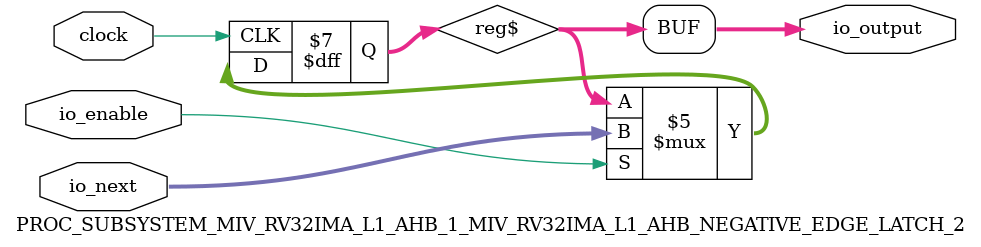
<source format=v>
`define RANDOMIZE
`timescale 1ns/10ps
module PROC_SUBSYSTEM_MIV_RV32IMA_L1_AHB_1_MIV_RV32IMA_L1_AHB_NEGATIVE_EDGE_LATCH_2(
  input        clock,
  input  [4:0] io_next,
  input        io_enable,
  output [4:0] io_output
);
  reg [4:0] reg$;
  reg [31:0] _RAND_0;
  wire [4:0] _GEN_0;
  assign io_output = reg$;
  assign _GEN_0 = io_enable ? io_next : reg$;
`ifdef RANDOMIZE
  integer initvar;
  initial begin
    `ifndef verilator
      #0.002 begin end
    `endif
  `ifdef RANDOMIZE_REG_INIT
  _RAND_0 = {1{$random}};
  reg$ = _RAND_0[4:0];
  `endif // RANDOMIZE_REG_INIT
  end
`endif // RANDOMIZE
  always @(posedge clock) begin
    if (io_enable) begin
      reg$ <= io_next;
    end
  end
endmodule

</source>
